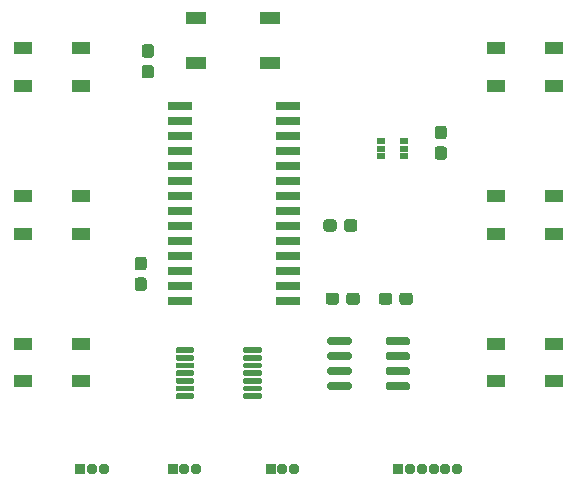
<source format=gbr>
%TF.GenerationSoftware,KiCad,Pcbnew,(5.1.6)-1*%
%TF.CreationDate,2020-08-14T21:54:29-04:00*%
%TF.ProjectId,CellLight,43656c6c-4c69-4676-9874-2e6b69636164,rev?*%
%TF.SameCoordinates,Original*%
%TF.FileFunction,Soldermask,Top*%
%TF.FilePolarity,Negative*%
%FSLAX46Y46*%
G04 Gerber Fmt 4.6, Leading zero omitted, Abs format (unit mm)*
G04 Created by KiCad (PCBNEW (5.1.6)-1) date 2020-08-14 21:54:29*
%MOMM*%
%LPD*%
G01*
G04 APERTURE LIST*
%ADD10R,2.000000X0.700000*%
%ADD11R,0.750000X0.500000*%
%ADD12R,1.800000X1.100000*%
%ADD13O,0.950000X0.950000*%
%ADD14R,0.950000X0.950000*%
%ADD15R,1.600000X1.100000*%
G04 APERTURE END LIST*
D10*
%TO.C,U1*%
X161305000Y-81745000D03*
X161305000Y-83015000D03*
X161305000Y-84285000D03*
X161305000Y-85555000D03*
X161305000Y-86825000D03*
X161305000Y-88095000D03*
X161305000Y-89365000D03*
X161305000Y-90635000D03*
X161305000Y-91905000D03*
X161305000Y-93175000D03*
X161305000Y-94445000D03*
X161305000Y-95715000D03*
X161305000Y-96985000D03*
X161305000Y-98255000D03*
X152095000Y-98255000D03*
X152095000Y-96985000D03*
X152095000Y-95715000D03*
X152095000Y-94445000D03*
X152095000Y-93175000D03*
X152095000Y-91905000D03*
X152095000Y-90635000D03*
X152095000Y-89365000D03*
X152095000Y-88095000D03*
X152095000Y-86825000D03*
X152095000Y-85555000D03*
X152095000Y-84285000D03*
X152095000Y-83015000D03*
X152095000Y-81745000D03*
%TD*%
D11*
%TO.C,U6*%
X171050000Y-84750000D03*
X171050000Y-86050000D03*
X169150000Y-85400000D03*
X171050000Y-85400000D03*
X169150000Y-86050000D03*
X169150000Y-84750000D03*
%TD*%
%TO.C,U3*%
G36*
G01*
X169550000Y-101870000D02*
X169550000Y-101520000D01*
G75*
G02*
X169725000Y-101345000I175000J0D01*
G01*
X171425000Y-101345000D01*
G75*
G02*
X171600000Y-101520000I0J-175000D01*
G01*
X171600000Y-101870000D01*
G75*
G02*
X171425000Y-102045000I-175000J0D01*
G01*
X169725000Y-102045000D01*
G75*
G02*
X169550000Y-101870000I0J175000D01*
G01*
G37*
G36*
G01*
X169550000Y-103140000D02*
X169550000Y-102790000D01*
G75*
G02*
X169725000Y-102615000I175000J0D01*
G01*
X171425000Y-102615000D01*
G75*
G02*
X171600000Y-102790000I0J-175000D01*
G01*
X171600000Y-103140000D01*
G75*
G02*
X171425000Y-103315000I-175000J0D01*
G01*
X169725000Y-103315000D01*
G75*
G02*
X169550000Y-103140000I0J175000D01*
G01*
G37*
G36*
G01*
X169550000Y-104410000D02*
X169550000Y-104060000D01*
G75*
G02*
X169725000Y-103885000I175000J0D01*
G01*
X171425000Y-103885000D01*
G75*
G02*
X171600000Y-104060000I0J-175000D01*
G01*
X171600000Y-104410000D01*
G75*
G02*
X171425000Y-104585000I-175000J0D01*
G01*
X169725000Y-104585000D01*
G75*
G02*
X169550000Y-104410000I0J175000D01*
G01*
G37*
G36*
G01*
X169550000Y-105680000D02*
X169550000Y-105330000D01*
G75*
G02*
X169725000Y-105155000I175000J0D01*
G01*
X171425000Y-105155000D01*
G75*
G02*
X171600000Y-105330000I0J-175000D01*
G01*
X171600000Y-105680000D01*
G75*
G02*
X171425000Y-105855000I-175000J0D01*
G01*
X169725000Y-105855000D01*
G75*
G02*
X169550000Y-105680000I0J175000D01*
G01*
G37*
G36*
G01*
X164600000Y-105680000D02*
X164600000Y-105330000D01*
G75*
G02*
X164775000Y-105155000I175000J0D01*
G01*
X166475000Y-105155000D01*
G75*
G02*
X166650000Y-105330000I0J-175000D01*
G01*
X166650000Y-105680000D01*
G75*
G02*
X166475000Y-105855000I-175000J0D01*
G01*
X164775000Y-105855000D01*
G75*
G02*
X164600000Y-105680000I0J175000D01*
G01*
G37*
G36*
G01*
X164600000Y-104410000D02*
X164600000Y-104060000D01*
G75*
G02*
X164775000Y-103885000I175000J0D01*
G01*
X166475000Y-103885000D01*
G75*
G02*
X166650000Y-104060000I0J-175000D01*
G01*
X166650000Y-104410000D01*
G75*
G02*
X166475000Y-104585000I-175000J0D01*
G01*
X164775000Y-104585000D01*
G75*
G02*
X164600000Y-104410000I0J175000D01*
G01*
G37*
G36*
G01*
X164600000Y-103140000D02*
X164600000Y-102790000D01*
G75*
G02*
X164775000Y-102615000I175000J0D01*
G01*
X166475000Y-102615000D01*
G75*
G02*
X166650000Y-102790000I0J-175000D01*
G01*
X166650000Y-103140000D01*
G75*
G02*
X166475000Y-103315000I-175000J0D01*
G01*
X164775000Y-103315000D01*
G75*
G02*
X164600000Y-103140000I0J175000D01*
G01*
G37*
G36*
G01*
X164600000Y-101870000D02*
X164600000Y-101520000D01*
G75*
G02*
X164775000Y-101345000I175000J0D01*
G01*
X166475000Y-101345000D01*
G75*
G02*
X166650000Y-101520000I0J-175000D01*
G01*
X166650000Y-101870000D01*
G75*
G02*
X166475000Y-102045000I-175000J0D01*
G01*
X164775000Y-102045000D01*
G75*
G02*
X164600000Y-101870000I0J175000D01*
G01*
G37*
%TD*%
%TO.C,U2*%
G36*
G01*
X157475000Y-102575000D02*
X157475000Y-102325000D01*
G75*
G02*
X157600000Y-102200000I125000J0D01*
G01*
X158925000Y-102200000D01*
G75*
G02*
X159050000Y-102325000I0J-125000D01*
G01*
X159050000Y-102575000D01*
G75*
G02*
X158925000Y-102700000I-125000J0D01*
G01*
X157600000Y-102700000D01*
G75*
G02*
X157475000Y-102575000I0J125000D01*
G01*
G37*
G36*
G01*
X157475000Y-103225000D02*
X157475000Y-102975000D01*
G75*
G02*
X157600000Y-102850000I125000J0D01*
G01*
X158925000Y-102850000D01*
G75*
G02*
X159050000Y-102975000I0J-125000D01*
G01*
X159050000Y-103225000D01*
G75*
G02*
X158925000Y-103350000I-125000J0D01*
G01*
X157600000Y-103350000D01*
G75*
G02*
X157475000Y-103225000I0J125000D01*
G01*
G37*
G36*
G01*
X157475000Y-103875000D02*
X157475000Y-103625000D01*
G75*
G02*
X157600000Y-103500000I125000J0D01*
G01*
X158925000Y-103500000D01*
G75*
G02*
X159050000Y-103625000I0J-125000D01*
G01*
X159050000Y-103875000D01*
G75*
G02*
X158925000Y-104000000I-125000J0D01*
G01*
X157600000Y-104000000D01*
G75*
G02*
X157475000Y-103875000I0J125000D01*
G01*
G37*
G36*
G01*
X157475000Y-104525000D02*
X157475000Y-104275000D01*
G75*
G02*
X157600000Y-104150000I125000J0D01*
G01*
X158925000Y-104150000D01*
G75*
G02*
X159050000Y-104275000I0J-125000D01*
G01*
X159050000Y-104525000D01*
G75*
G02*
X158925000Y-104650000I-125000J0D01*
G01*
X157600000Y-104650000D01*
G75*
G02*
X157475000Y-104525000I0J125000D01*
G01*
G37*
G36*
G01*
X157475000Y-105175000D02*
X157475000Y-104925000D01*
G75*
G02*
X157600000Y-104800000I125000J0D01*
G01*
X158925000Y-104800000D01*
G75*
G02*
X159050000Y-104925000I0J-125000D01*
G01*
X159050000Y-105175000D01*
G75*
G02*
X158925000Y-105300000I-125000J0D01*
G01*
X157600000Y-105300000D01*
G75*
G02*
X157475000Y-105175000I0J125000D01*
G01*
G37*
G36*
G01*
X157475000Y-105825000D02*
X157475000Y-105575000D01*
G75*
G02*
X157600000Y-105450000I125000J0D01*
G01*
X158925000Y-105450000D01*
G75*
G02*
X159050000Y-105575000I0J-125000D01*
G01*
X159050000Y-105825000D01*
G75*
G02*
X158925000Y-105950000I-125000J0D01*
G01*
X157600000Y-105950000D01*
G75*
G02*
X157475000Y-105825000I0J125000D01*
G01*
G37*
G36*
G01*
X157475000Y-106475000D02*
X157475000Y-106225000D01*
G75*
G02*
X157600000Y-106100000I125000J0D01*
G01*
X158925000Y-106100000D01*
G75*
G02*
X159050000Y-106225000I0J-125000D01*
G01*
X159050000Y-106475000D01*
G75*
G02*
X158925000Y-106600000I-125000J0D01*
G01*
X157600000Y-106600000D01*
G75*
G02*
X157475000Y-106475000I0J125000D01*
G01*
G37*
G36*
G01*
X151750000Y-106475000D02*
X151750000Y-106225000D01*
G75*
G02*
X151875000Y-106100000I125000J0D01*
G01*
X153200000Y-106100000D01*
G75*
G02*
X153325000Y-106225000I0J-125000D01*
G01*
X153325000Y-106475000D01*
G75*
G02*
X153200000Y-106600000I-125000J0D01*
G01*
X151875000Y-106600000D01*
G75*
G02*
X151750000Y-106475000I0J125000D01*
G01*
G37*
G36*
G01*
X151750000Y-105825000D02*
X151750000Y-105575000D01*
G75*
G02*
X151875000Y-105450000I125000J0D01*
G01*
X153200000Y-105450000D01*
G75*
G02*
X153325000Y-105575000I0J-125000D01*
G01*
X153325000Y-105825000D01*
G75*
G02*
X153200000Y-105950000I-125000J0D01*
G01*
X151875000Y-105950000D01*
G75*
G02*
X151750000Y-105825000I0J125000D01*
G01*
G37*
G36*
G01*
X151750000Y-105175000D02*
X151750000Y-104925000D01*
G75*
G02*
X151875000Y-104800000I125000J0D01*
G01*
X153200000Y-104800000D01*
G75*
G02*
X153325000Y-104925000I0J-125000D01*
G01*
X153325000Y-105175000D01*
G75*
G02*
X153200000Y-105300000I-125000J0D01*
G01*
X151875000Y-105300000D01*
G75*
G02*
X151750000Y-105175000I0J125000D01*
G01*
G37*
G36*
G01*
X151750000Y-104525000D02*
X151750000Y-104275000D01*
G75*
G02*
X151875000Y-104150000I125000J0D01*
G01*
X153200000Y-104150000D01*
G75*
G02*
X153325000Y-104275000I0J-125000D01*
G01*
X153325000Y-104525000D01*
G75*
G02*
X153200000Y-104650000I-125000J0D01*
G01*
X151875000Y-104650000D01*
G75*
G02*
X151750000Y-104525000I0J125000D01*
G01*
G37*
G36*
G01*
X151750000Y-103875000D02*
X151750000Y-103625000D01*
G75*
G02*
X151875000Y-103500000I125000J0D01*
G01*
X153200000Y-103500000D01*
G75*
G02*
X153325000Y-103625000I0J-125000D01*
G01*
X153325000Y-103875000D01*
G75*
G02*
X153200000Y-104000000I-125000J0D01*
G01*
X151875000Y-104000000D01*
G75*
G02*
X151750000Y-103875000I0J125000D01*
G01*
G37*
G36*
G01*
X151750000Y-103225000D02*
X151750000Y-102975000D01*
G75*
G02*
X151875000Y-102850000I125000J0D01*
G01*
X153200000Y-102850000D01*
G75*
G02*
X153325000Y-102975000I0J-125000D01*
G01*
X153325000Y-103225000D01*
G75*
G02*
X153200000Y-103350000I-125000J0D01*
G01*
X151875000Y-103350000D01*
G75*
G02*
X151750000Y-103225000I0J125000D01*
G01*
G37*
G36*
G01*
X151750000Y-102575000D02*
X151750000Y-102325000D01*
G75*
G02*
X151875000Y-102200000I125000J0D01*
G01*
X153200000Y-102200000D01*
G75*
G02*
X153325000Y-102325000I0J-125000D01*
G01*
X153325000Y-102575000D01*
G75*
G02*
X153200000Y-102700000I-125000J0D01*
G01*
X151875000Y-102700000D01*
G75*
G02*
X151750000Y-102575000I0J125000D01*
G01*
G37*
%TD*%
D12*
%TO.C,SW1*%
X159750000Y-78100000D03*
X153450000Y-78100000D03*
X159750000Y-74300000D03*
X153450000Y-74300000D03*
%TD*%
%TO.C,R7*%
G36*
G01*
X173937500Y-85200000D02*
X174462500Y-85200000D01*
G75*
G02*
X174725000Y-85462500I0J-262500D01*
G01*
X174725000Y-86087500D01*
G75*
G02*
X174462500Y-86350000I-262500J0D01*
G01*
X173937500Y-86350000D01*
G75*
G02*
X173675000Y-86087500I0J262500D01*
G01*
X173675000Y-85462500D01*
G75*
G02*
X173937500Y-85200000I262500J0D01*
G01*
G37*
G36*
G01*
X173937500Y-83450000D02*
X174462500Y-83450000D01*
G75*
G02*
X174725000Y-83712500I0J-262500D01*
G01*
X174725000Y-84337500D01*
G75*
G02*
X174462500Y-84600000I-262500J0D01*
G01*
X173937500Y-84600000D01*
G75*
G02*
X173675000Y-84337500I0J262500D01*
G01*
X173675000Y-83712500D01*
G75*
G02*
X173937500Y-83450000I262500J0D01*
G01*
G37*
%TD*%
%TO.C,R3*%
G36*
G01*
X166200000Y-98362500D02*
X166200000Y-97837500D01*
G75*
G02*
X166462500Y-97575000I262500J0D01*
G01*
X167087500Y-97575000D01*
G75*
G02*
X167350000Y-97837500I0J-262500D01*
G01*
X167350000Y-98362500D01*
G75*
G02*
X167087500Y-98625000I-262500J0D01*
G01*
X166462500Y-98625000D01*
G75*
G02*
X166200000Y-98362500I0J262500D01*
G01*
G37*
G36*
G01*
X164450000Y-98362500D02*
X164450000Y-97837500D01*
G75*
G02*
X164712500Y-97575000I262500J0D01*
G01*
X165337500Y-97575000D01*
G75*
G02*
X165600000Y-97837500I0J-262500D01*
G01*
X165600000Y-98362500D01*
G75*
G02*
X165337500Y-98625000I-262500J0D01*
G01*
X164712500Y-98625000D01*
G75*
G02*
X164450000Y-98362500I0J262500D01*
G01*
G37*
%TD*%
%TO.C,R2*%
G36*
G01*
X170700000Y-98362500D02*
X170700000Y-97837500D01*
G75*
G02*
X170962500Y-97575000I262500J0D01*
G01*
X171587500Y-97575000D01*
G75*
G02*
X171850000Y-97837500I0J-262500D01*
G01*
X171850000Y-98362500D01*
G75*
G02*
X171587500Y-98625000I-262500J0D01*
G01*
X170962500Y-98625000D01*
G75*
G02*
X170700000Y-98362500I0J262500D01*
G01*
G37*
G36*
G01*
X168950000Y-98362500D02*
X168950000Y-97837500D01*
G75*
G02*
X169212500Y-97575000I262500J0D01*
G01*
X169837500Y-97575000D01*
G75*
G02*
X170100000Y-97837500I0J-262500D01*
G01*
X170100000Y-98362500D01*
G75*
G02*
X169837500Y-98625000I-262500J0D01*
G01*
X169212500Y-98625000D01*
G75*
G02*
X168950000Y-98362500I0J262500D01*
G01*
G37*
%TD*%
%TO.C,R1*%
G36*
G01*
X149137500Y-78300000D02*
X149662500Y-78300000D01*
G75*
G02*
X149925000Y-78562500I0J-262500D01*
G01*
X149925000Y-79187500D01*
G75*
G02*
X149662500Y-79450000I-262500J0D01*
G01*
X149137500Y-79450000D01*
G75*
G02*
X148875000Y-79187500I0J262500D01*
G01*
X148875000Y-78562500D01*
G75*
G02*
X149137500Y-78300000I262500J0D01*
G01*
G37*
G36*
G01*
X149137500Y-76550000D02*
X149662500Y-76550000D01*
G75*
G02*
X149925000Y-76812500I0J-262500D01*
G01*
X149925000Y-77437500D01*
G75*
G02*
X149662500Y-77700000I-262500J0D01*
G01*
X149137500Y-77700000D01*
G75*
G02*
X148875000Y-77437500I0J262500D01*
G01*
X148875000Y-76812500D01*
G75*
G02*
X149137500Y-76550000I262500J0D01*
G01*
G37*
%TD*%
D13*
%TO.C,J4*%
X175600000Y-112500000D03*
X174600000Y-112500000D03*
X173600000Y-112500000D03*
X172600000Y-112500000D03*
X171600000Y-112500000D03*
D14*
X170600000Y-112500000D03*
%TD*%
D13*
%TO.C,J3*%
X161800000Y-112500000D03*
X160800000Y-112500000D03*
D14*
X159800000Y-112500000D03*
%TD*%
D13*
%TO.C,J2*%
X153500000Y-112500000D03*
X152500000Y-112500000D03*
D14*
X151500000Y-112500000D03*
%TD*%
D13*
%TO.C,J1*%
X145700000Y-112500000D03*
X144700000Y-112500000D03*
D14*
X143700000Y-112500000D03*
%TD*%
D15*
%TO.C,D10*%
X138850000Y-76900000D03*
X138850000Y-80100000D03*
X143750000Y-76900000D03*
X143750000Y-80100000D03*
%TD*%
%TO.C,D9*%
X138850000Y-89400000D03*
X138850000Y-92600000D03*
X143750000Y-89400000D03*
X143750000Y-92600000D03*
%TD*%
%TO.C,D8*%
X138850000Y-101900000D03*
X138850000Y-105100000D03*
X143750000Y-101900000D03*
X143750000Y-105100000D03*
%TD*%
%TO.C,D7*%
X178850000Y-101900000D03*
X178850000Y-105100000D03*
X183750000Y-101900000D03*
X183750000Y-105100000D03*
%TD*%
%TO.C,D6*%
X178850000Y-89400000D03*
X178850000Y-92600000D03*
X183750000Y-89400000D03*
X183750000Y-92600000D03*
%TD*%
%TO.C,D5*%
X178850000Y-76900000D03*
X178850000Y-80100000D03*
X183750000Y-76900000D03*
X183750000Y-80100000D03*
%TD*%
%TO.C,C2*%
G36*
G01*
X149062500Y-95700000D02*
X148537500Y-95700000D01*
G75*
G02*
X148275000Y-95437500I0J262500D01*
G01*
X148275000Y-94812500D01*
G75*
G02*
X148537500Y-94550000I262500J0D01*
G01*
X149062500Y-94550000D01*
G75*
G02*
X149325000Y-94812500I0J-262500D01*
G01*
X149325000Y-95437500D01*
G75*
G02*
X149062500Y-95700000I-262500J0D01*
G01*
G37*
G36*
G01*
X149062500Y-97450000D02*
X148537500Y-97450000D01*
G75*
G02*
X148275000Y-97187500I0J262500D01*
G01*
X148275000Y-96562500D01*
G75*
G02*
X148537500Y-96300000I262500J0D01*
G01*
X149062500Y-96300000D01*
G75*
G02*
X149325000Y-96562500I0J-262500D01*
G01*
X149325000Y-97187500D01*
G75*
G02*
X149062500Y-97450000I-262500J0D01*
G01*
G37*
%TD*%
%TO.C,C1*%
G36*
G01*
X165400000Y-91637500D02*
X165400000Y-92162500D01*
G75*
G02*
X165137500Y-92425000I-262500J0D01*
G01*
X164512500Y-92425000D01*
G75*
G02*
X164250000Y-92162500I0J262500D01*
G01*
X164250000Y-91637500D01*
G75*
G02*
X164512500Y-91375000I262500J0D01*
G01*
X165137500Y-91375000D01*
G75*
G02*
X165400000Y-91637500I0J-262500D01*
G01*
G37*
G36*
G01*
X167150000Y-91637500D02*
X167150000Y-92162500D01*
G75*
G02*
X166887500Y-92425000I-262500J0D01*
G01*
X166262500Y-92425000D01*
G75*
G02*
X166000000Y-92162500I0J262500D01*
G01*
X166000000Y-91637500D01*
G75*
G02*
X166262500Y-91375000I262500J0D01*
G01*
X166887500Y-91375000D01*
G75*
G02*
X167150000Y-91637500I0J-262500D01*
G01*
G37*
%TD*%
M02*

</source>
